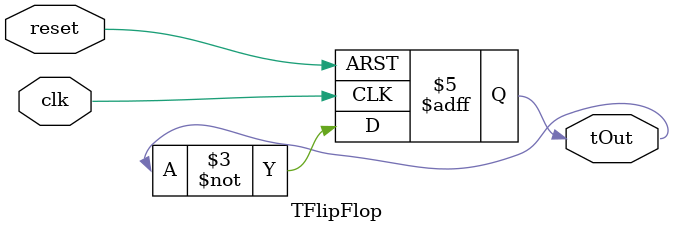
<source format=v>
module TFlipFlop(reset, clk, tOut);
	input reset, clk;
	output tOut;
	reg tOut = 0;
	
	always @(negedge reset or negedge clk) begin
		if (reset == 1'b0)
			tOut <= 0;
		else 
			tOut <= ~tOut;
	end
endmodule
</source>
